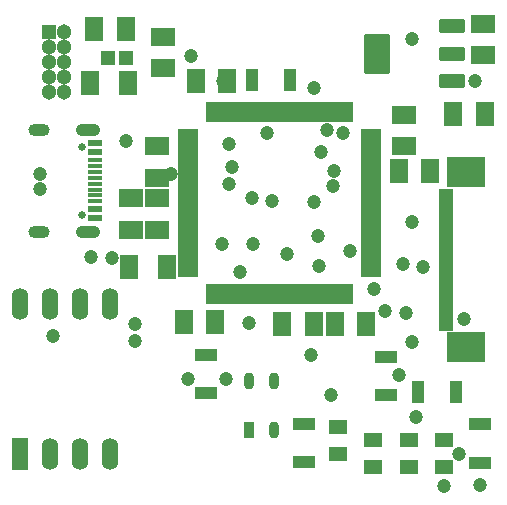
<source format=gts>
G04*
G04 #@! TF.GenerationSoftware,Altium Limited,Altium Designer,22.5.1 (42)*
G04*
G04 Layer_Color=8388736*
%FSLAX44Y44*%
%MOMM*%
G71*
G04*
G04 #@! TF.SameCoordinates,71178AE7-794B-4274-92FD-453C924C4812*
G04*
G04*
G04 #@! TF.FilePolarity,Negative*
G04*
G01*
G75*
%ADD22R,1.1500X0.6000*%
%ADD23R,1.1500X0.3000*%
%ADD34O,0.8532X1.4532*%
%ADD35R,0.8532X1.4532*%
%ADD36R,1.8532X1.1032*%
%ADD37R,1.7272X0.5334*%
%ADD38R,0.5334X1.7272*%
%ADD39R,2.0232X1.6432*%
%ADD40R,1.1032X1.8532*%
%ADD41R,1.6032X1.2032*%
%ADD42R,1.3032X0.5032*%
%ADD43R,3.3032X2.5032*%
G04:AMPARAMS|DCode=44|XSize=3.4532mm|YSize=2.2532mm|CornerRadius=0.1529mm|HoleSize=0mm|Usage=FLASHONLY|Rotation=270.000|XOffset=0mm|YOffset=0mm|HoleType=Round|Shape=RoundedRectangle|*
%AMROUNDEDRECTD44*
21,1,3.4532,1.9475,0,0,270.0*
21,1,3.1475,2.2532,0,0,270.0*
1,1,0.3057,-0.9738,-1.5738*
1,1,0.3057,-0.9738,1.5738*
1,1,0.3057,0.9738,1.5738*
1,1,0.3057,0.9738,-1.5738*
%
%ADD44ROUNDEDRECTD44*%
G04:AMPARAMS|DCode=45|XSize=1.2032mm|YSize=2.2532mm|CornerRadius=0.1516mm|HoleSize=0mm|Usage=FLASHONLY|Rotation=270.000|XOffset=0mm|YOffset=0mm|HoleType=Round|Shape=RoundedRectangle|*
%AMROUNDEDRECTD45*
21,1,1.2032,1.9500,0,0,270.0*
21,1,0.9000,2.2532,0,0,270.0*
1,1,0.3032,-0.9750,-0.4500*
1,1,0.3032,-0.9750,0.4500*
1,1,0.3032,0.9750,0.4500*
1,1,0.3032,0.9750,-0.4500*
%
%ADD45ROUNDEDRECTD45*%
%ADD46R,1.5532X2.1032*%
%ADD47R,1.6432X2.0232*%
%ADD48R,1.2032X1.1732*%
%ADD49C,0.6500*%
G04:AMPARAMS|DCode=50|XSize=1mm|YSize=2.1mm|CornerRadius=0.5mm|HoleSize=0mm|Usage=FLASHONLY|Rotation=270.000|XOffset=0mm|YOffset=0mm|HoleType=Round|Shape=RoundedRectangle|*
%AMROUNDEDRECTD50*
21,1,1.0000,1.1000,0,0,270.0*
21,1,0.0000,2.1000,0,0,270.0*
1,1,1.0000,-0.5500,0.0000*
1,1,1.0000,-0.5500,0.0000*
1,1,1.0000,0.5500,0.0000*
1,1,1.0000,0.5500,0.0000*
%
%ADD50ROUNDEDRECTD50*%
G04:AMPARAMS|DCode=51|XSize=1mm|YSize=1.8mm|CornerRadius=0.5mm|HoleSize=0mm|Usage=FLASHONLY|Rotation=270.000|XOffset=0mm|YOffset=0mm|HoleType=Round|Shape=RoundedRectangle|*
%AMROUNDEDRECTD51*
21,1,1.0000,0.8000,0,0,270.0*
21,1,0.0000,1.8000,0,0,270.0*
1,1,1.0000,-0.4000,0.0000*
1,1,1.0000,-0.4000,0.0000*
1,1,1.0000,0.4000,0.0000*
1,1,1.0000,0.4000,0.0000*
%
%ADD51ROUNDEDRECTD51*%
%ADD52R,1.4032X2.7032*%
%ADD53O,1.4032X2.7032*%
%ADD54R,1.3032X1.3032*%
%ADD55C,1.3032*%
%ADD56C,1.2032*%
D22*
X76346Y237379D02*
D03*
Y301379D02*
D03*
Y245379D02*
D03*
Y293379D02*
D03*
D23*
Y251879D02*
D03*
Y256879D02*
D03*
Y261879D02*
D03*
Y266879D02*
D03*
Y271879D02*
D03*
Y276879D02*
D03*
Y281879D02*
D03*
Y286879D02*
D03*
D34*
X228340Y58172D02*
D03*
X206840Y99672D02*
D03*
X228340D02*
D03*
D35*
X206840Y58172D02*
D03*
D36*
X253254Y63404D02*
D03*
Y31104D02*
D03*
X170746Y121896D02*
D03*
Y89596D02*
D03*
X402000Y30700D02*
D03*
Y63000D02*
D03*
X323000Y120000D02*
D03*
Y87700D02*
D03*
D37*
X155284Y310284D02*
D03*
Y305284D02*
D03*
Y300284D02*
D03*
Y295284D02*
D03*
Y290284D02*
D03*
Y285284D02*
D03*
Y280284D02*
D03*
Y275284D02*
D03*
Y270284D02*
D03*
Y265284D02*
D03*
Y260284D02*
D03*
Y255284D02*
D03*
Y250284D02*
D03*
Y245284D02*
D03*
Y240284D02*
D03*
Y235284D02*
D03*
Y230284D02*
D03*
Y225284D02*
D03*
Y220284D02*
D03*
Y215284D02*
D03*
Y210284D02*
D03*
Y205284D02*
D03*
Y200284D02*
D03*
Y195284D02*
D03*
Y190284D02*
D03*
X309716D02*
D03*
Y195284D02*
D03*
Y200284D02*
D03*
Y205284D02*
D03*
Y210284D02*
D03*
Y215284D02*
D03*
Y220284D02*
D03*
Y225284D02*
D03*
Y230284D02*
D03*
Y235284D02*
D03*
Y240284D02*
D03*
Y245284D02*
D03*
Y250284D02*
D03*
Y255284D02*
D03*
Y260284D02*
D03*
Y265284D02*
D03*
Y270284D02*
D03*
Y275284D02*
D03*
Y280284D02*
D03*
Y285284D02*
D03*
Y290284D02*
D03*
Y295284D02*
D03*
Y300284D02*
D03*
Y305284D02*
D03*
Y310284D02*
D03*
D38*
X172500Y173068D02*
D03*
X177500D02*
D03*
X182500D02*
D03*
X187500D02*
D03*
X192500D02*
D03*
X197500D02*
D03*
X202500D02*
D03*
X207500D02*
D03*
X212500D02*
D03*
X217500D02*
D03*
X222500D02*
D03*
X227500D02*
D03*
X232500D02*
D03*
X237500D02*
D03*
X242500D02*
D03*
X247500D02*
D03*
X252500D02*
D03*
X257500D02*
D03*
X262500D02*
D03*
X267500D02*
D03*
X272500D02*
D03*
X277500D02*
D03*
X282500D02*
D03*
X287500D02*
D03*
X292500D02*
D03*
Y327500D02*
D03*
X287500D02*
D03*
X282500D02*
D03*
X277500D02*
D03*
X272500D02*
D03*
X267500D02*
D03*
X262500D02*
D03*
X257500D02*
D03*
X252500D02*
D03*
X247500D02*
D03*
X242500D02*
D03*
X237500D02*
D03*
X232500D02*
D03*
X227500D02*
D03*
X222500D02*
D03*
X217500D02*
D03*
X212500D02*
D03*
X207500D02*
D03*
X202500D02*
D03*
X197500D02*
D03*
X192500D02*
D03*
X187500D02*
D03*
X182500D02*
D03*
X177500D02*
D03*
X172500D02*
D03*
D39*
X107000Y227640D02*
D03*
Y254360D02*
D03*
X338000Y298640D02*
D03*
Y325360D02*
D03*
X134000Y391360D02*
D03*
Y364640D02*
D03*
X129000Y271640D02*
D03*
Y298360D02*
D03*
X405000Y402360D02*
D03*
Y375640D02*
D03*
X129000Y254360D02*
D03*
Y227640D02*
D03*
D40*
X381896Y90254D02*
D03*
X349596D02*
D03*
X209104Y354746D02*
D03*
X241404D02*
D03*
D41*
X342000Y49430D02*
D03*
Y26570D02*
D03*
X282000Y37570D02*
D03*
Y60430D02*
D03*
X372000Y49430D02*
D03*
Y26570D02*
D03*
X312000Y49430D02*
D03*
Y26570D02*
D03*
D42*
X373721Y260000D02*
D03*
Y255000D02*
D03*
Y250000D02*
D03*
Y245000D02*
D03*
Y240000D02*
D03*
Y235000D02*
D03*
Y230000D02*
D03*
Y225000D02*
D03*
Y220000D02*
D03*
Y215000D02*
D03*
Y210000D02*
D03*
Y205000D02*
D03*
Y200000D02*
D03*
Y195000D02*
D03*
Y190000D02*
D03*
Y185000D02*
D03*
Y180000D02*
D03*
Y175000D02*
D03*
Y170000D02*
D03*
Y165000D02*
D03*
Y160000D02*
D03*
Y155000D02*
D03*
Y150000D02*
D03*
Y145000D02*
D03*
D43*
X390721Y128300D02*
D03*
Y276700D02*
D03*
D44*
X315250Y377000D02*
D03*
D45*
X378750Y400000D02*
D03*
Y377000D02*
D03*
Y354000D02*
D03*
D46*
X137000Y196000D02*
D03*
X105000D02*
D03*
X104000Y352000D02*
D03*
X72000D02*
D03*
D47*
X360360Y278000D02*
D03*
X333640D02*
D03*
X102360Y398000D02*
D03*
X75640D02*
D03*
X188360Y354000D02*
D03*
X161640D02*
D03*
X379640Y326000D02*
D03*
X406360D02*
D03*
X261720Y148000D02*
D03*
X235000D02*
D03*
X306011Y148011D02*
D03*
X279291D02*
D03*
X178360Y150000D02*
D03*
X151640D02*
D03*
D48*
X87650Y373000D02*
D03*
X102350D02*
D03*
D49*
X65596Y240479D02*
D03*
Y298279D02*
D03*
D50*
X70596Y226179D02*
D03*
Y312579D02*
D03*
D51*
X28796Y226179D02*
D03*
Y312579D02*
D03*
D52*
X13200Y38000D02*
D03*
D53*
X38600D02*
D03*
X64000D02*
D03*
X89400D02*
D03*
X13200Y165000D02*
D03*
X38600D02*
D03*
X64000D02*
D03*
X89400D02*
D03*
D54*
X37500Y395400D02*
D03*
D55*
X50200D02*
D03*
X37500Y382700D02*
D03*
X50200D02*
D03*
X37500Y370000D02*
D03*
X50200D02*
D03*
X37500Y357300D02*
D03*
X50200D02*
D03*
X37500Y344600D02*
D03*
X50200D02*
D03*
D56*
X29900Y275168D02*
D03*
Y262000D02*
D03*
X103000Y303000D02*
D03*
X158000Y375000D02*
D03*
X134191Y364460D02*
D03*
X292000Y210000D02*
D03*
X322000Y159000D02*
D03*
X312776Y177547D02*
D03*
X110000Y148000D02*
D03*
Y134000D02*
D03*
X73000Y205000D02*
D03*
X90710Y204000D02*
D03*
X102977Y254000D02*
D03*
X140378Y275000D02*
D03*
X107000Y227640D02*
D03*
X272539Y312539D02*
D03*
X278344Y277535D02*
D03*
X268000Y294000D02*
D03*
X286039Y310039D02*
D03*
X278000Y265000D02*
D03*
X192000Y281000D02*
D03*
X190000Y300804D02*
D03*
X221877Y309810D02*
D03*
X178293Y148844D02*
D03*
X345000Y234000D02*
D03*
X389000Y128000D02*
D03*
X279651Y148011D02*
D03*
X41000Y138000D02*
D03*
X184360Y354000D02*
D03*
X187441Y101390D02*
D03*
X361000Y278000D02*
D03*
X155461Y101531D02*
D03*
X276000Y88000D02*
D03*
X348000Y69000D02*
D03*
X345000Y133000D02*
D03*
X372000Y11000D02*
D03*
X384860Y37718D02*
D03*
X402000Y12000D02*
D03*
X151640Y150000D02*
D03*
X235000Y148000D02*
D03*
X207000Y149000D02*
D03*
X334000Y104890D02*
D03*
X239000Y207000D02*
D03*
X210360Y216000D02*
D03*
X183640D02*
D03*
X338210Y298676D02*
D03*
X345000Y389000D02*
D03*
X398000Y354000D02*
D03*
X262000Y251000D02*
D03*
X400890Y277000D02*
D03*
X389000Y152000D02*
D03*
X262000Y348000D02*
D03*
X264790Y222803D02*
D03*
X199000Y192000D02*
D03*
X266000Y197000D02*
D03*
X226000Y252322D02*
D03*
X190000Y267000D02*
D03*
X259000Y122110D02*
D03*
X209255Y254534D02*
D03*
X305956Y148066D02*
D03*
X354000Y196460D02*
D03*
X340000Y157110D02*
D03*
X337000Y199000D02*
D03*
M02*

</source>
